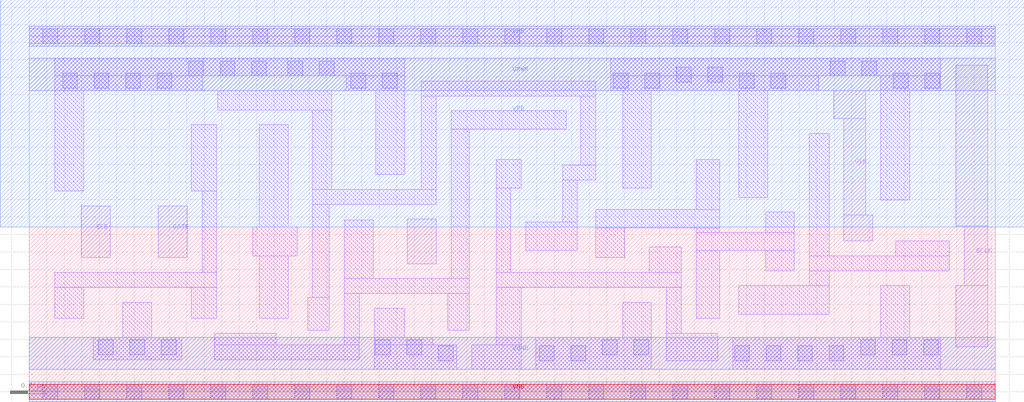
<source format=lef>
# Copyright 2020 The SkyWater PDK Authors
#
# Licensed under the Apache License, Version 2.0 (the "License");
# you may not use this file except in compliance with the License.
# You may obtain a copy of the License at
#
#     https://www.apache.org/licenses/LICENSE-2.0
#
# Unless required by applicable law or agreed to in writing, software
# distributed under the License is distributed on an "AS IS" BASIS,
# WITHOUT WARRANTIES OR CONDITIONS OF ANY KIND, either express or implied.
# See the License for the specific language governing permissions and
# limitations under the License.
#
# SPDX-License-Identifier: Apache-2.0

VERSION 5.7 ;
  NOWIREEXTENSIONATPIN ON ;
  DIVIDERCHAR "/" ;
  BUSBITCHARS "[]" ;
MACRO sky130_fd_sc_hvl__sdlclkp_1
  CLASS CORE ;
  FOREIGN sky130_fd_sc_hvl__sdlclkp_1 ;
  ORIGIN  0.000000  0.000000 ;
  SIZE  11.04000 BY  4.070000 ;
  SYMMETRY X Y ;
  SITE unithv ;
  PIN GATE
    ANTENNAGATEAREA  0.585000 ;
    DIRECTION INPUT ;
    USE SIGNAL ;
    PORT
      LAYER li1 ;
        RECT 1.475000 1.535000 1.805000 2.125000 ;
    END
  END GATE
  PIN GCLK
    ANTENNADIFFAREA  0.596250 ;
    DIRECTION OUTPUT ;
    USE SIGNAL ;
    PORT
      LAYER li1 ;
        RECT 10.590000 0.515000 10.955000 1.215000 ;
        RECT 10.590000 1.895000 10.955000 3.735000 ;
        RECT 10.685000 1.215000 10.955000 1.895000 ;
    END
  END GCLK
  PIN SCE
    ANTENNAGATEAREA  0.585000 ;
    DIRECTION INPUT ;
    USE SIGNAL ;
    PORT
      LAYER li1 ;
        RECT 0.595000 1.535000 0.925000 2.125000 ;
    END
  END SCE
  PIN CLK
    ANTENNAGATEAREA  1.170000 ;
    DIRECTION INPUT ;
    USE CLOCK ;
    PORT
      LAYER li1 ;
        RECT 4.320000 1.465000 4.650000 1.975000 ;
        RECT 9.195000 3.125000 9.560000 3.445000 ;
        RECT 9.310000 1.725000 9.640000 2.025000 ;
        RECT 9.310000 2.025000 9.560000 3.125000 ;
    END
  END CLK
  PIN VGND
    DIRECTION INOUT ;
    USE GROUND ;
    PORT
      LAYER met1 ;
        RECT 0.000000 0.255000 11.040000 0.625000 ;
    END
  END VGND
  PIN VNB
    DIRECTION INOUT ;
    USE GROUND ;
    PORT
      LAYER met1 ;
        RECT 0.000000 -0.115000 11.040000 0.115000 ;
      LAYER pwell ;
        RECT 0.000000 -0.085000 11.040000 0.085000 ;
    END
  END VNB
  PIN VPB
    DIRECTION INOUT ;
    USE POWER ;
    PORT
      LAYER met1 ;
        RECT 0.000000 3.955000 11.040000 4.185000 ;
      LAYER nwell ;
        RECT -0.330000 1.885000 11.370000 4.485000 ;
    END
  END VPB
  PIN VPWR
    DIRECTION INOUT ;
    USE POWER ;
    PORT
      LAYER met1 ;
        RECT 0.000000 3.445000 11.040000 3.815000 ;
    END
  END VPWR
  OBS
    LAYER li1 ;
      RECT 0.000000 -0.085000 11.040000 0.085000 ;
      RECT 0.000000  3.985000 11.040000 4.155000 ;
      RECT 0.290000  0.840000  0.620000 1.195000 ;
      RECT 0.290000  1.195000  2.145000 1.365000 ;
      RECT 0.290000  2.295000  0.620000 3.445000 ;
      RECT 0.290000  3.445000  1.985000 3.615000 ;
      RECT 0.290000  3.615000  4.290000 3.815000 ;
      RECT 0.730000  0.365000  1.740000 0.625000 ;
      RECT 1.070000  0.625000  1.400000 1.025000 ;
      RECT 1.850000  0.840000  2.145000 1.195000 ;
      RECT 1.850000  2.295000  2.145000 3.055000 ;
      RECT 1.975000  1.365000  2.145000 2.295000 ;
      RECT 2.115000  0.365000  3.770000 0.535000 ;
      RECT 2.115000  0.535000  2.825000 0.670000 ;
      RECT 2.155000  3.225000  3.455000 3.445000 ;
      RECT 2.555000  1.555000  3.065000 1.885000 ;
      RECT 2.630000  0.840000  2.960000 1.555000 ;
      RECT 2.630000  1.885000  2.960000 3.055000 ;
      RECT 3.180000  0.705000  3.430000 1.080000 ;
      RECT 3.235000  1.080000  3.430000 2.145000 ;
      RECT 3.235000  2.145000  4.650000 2.315000 ;
      RECT 3.235000  2.315000  3.455000 3.225000 ;
      RECT 3.600000  0.535000  3.770000 1.125000 ;
      RECT 3.600000  1.125000  5.030000 1.295000 ;
      RECT 3.600000  1.295000  3.930000 1.965000 ;
      RECT 3.625000  3.445000  4.290000 3.615000 ;
      RECT 3.940000  0.255000  4.885000 0.535000 ;
      RECT 3.940000  0.535000  4.610000 0.625000 ;
      RECT 3.940000  0.625000  4.290000 0.955000 ;
      RECT 3.960000  2.485000  4.290000 3.445000 ;
      RECT 4.480000  2.315000  4.650000 3.385000 ;
      RECT 4.480000  3.385000  6.475000 3.555000 ;
      RECT 4.780000  0.705000  5.030000 1.125000 ;
      RECT 4.820000  1.295000  5.030000 3.005000 ;
      RECT 4.820000  3.005000  6.135000 3.215000 ;
      RECT 5.055000  0.255000  5.620000 0.535000 ;
      RECT 5.335000  0.535000  5.620000 1.195000 ;
      RECT 5.335000  1.195000  7.450000 1.365000 ;
      RECT 5.335000  1.365000  5.505000 2.330000 ;
      RECT 5.335000  2.330000  5.620000 2.660000 ;
      RECT 5.675000  1.615000  6.265000 1.945000 ;
      RECT 5.790000  0.255000  7.110000 0.625000 ;
      RECT 6.095000  1.945000  6.265000 2.425000 ;
      RECT 6.095000  2.425000  6.475000 2.595000 ;
      RECT 6.305000  2.595000  6.475000 3.385000 ;
      RECT 6.475000  1.535000  6.805000 1.875000 ;
      RECT 6.475000  1.875000  7.890000 2.085000 ;
      RECT 6.645000  3.445000  9.025000 3.615000 ;
      RECT 6.645000  3.615000 10.420000 3.815000 ;
      RECT 6.780000  0.625000  7.110000 1.025000 ;
      RECT 6.780000  2.330000  7.110000 3.445000 ;
      RECT 7.085000  1.365000  7.450000 1.655000 ;
      RECT 7.280000  0.355000  7.870000 0.670000 ;
      RECT 7.280000  0.670000  7.450000 1.195000 ;
      RECT 7.620000  0.840000  7.890000 1.615000 ;
      RECT 7.620000  1.615000  8.745000 1.825000 ;
      RECT 7.620000  1.825000  7.890000 1.875000 ;
      RECT 7.620000  2.085000  7.890000 2.660000 ;
      RECT 8.040000  0.255000 10.420000 0.625000 ;
      RECT 8.110000  0.885000  9.140000 1.215000 ;
      RECT 8.110000  2.225000  8.440000 3.445000 ;
      RECT 8.415000  1.385000  8.745000 1.615000 ;
      RECT 8.415000  1.825000  8.745000 2.055000 ;
      RECT 8.915000  1.215000  9.140000 1.385000 ;
      RECT 8.915000  1.385000 10.515000 1.555000 ;
      RECT 8.915000  1.555000  9.140000 2.955000 ;
      RECT 9.730000  0.625000 10.060000 1.215000 ;
      RECT 9.730000  2.195000 10.060000 3.445000 ;
      RECT 9.730000  3.445000 10.420000 3.615000 ;
      RECT 9.905000  1.555000 10.515000 1.725000 ;
    LAYER mcon ;
      RECT  0.155000 -0.085000  0.325000 0.085000 ;
      RECT  0.155000  3.985000  0.325000 4.155000 ;
      RECT  0.380000  3.475000  0.550000 3.645000 ;
      RECT  0.635000 -0.085000  0.805000 0.085000 ;
      RECT  0.635000  3.985000  0.805000 4.155000 ;
      RECT  0.740000  3.475000  0.910000 3.645000 ;
      RECT  0.790000  0.425000  0.960000 0.595000 ;
      RECT  1.100000  3.475000  1.270000 3.645000 ;
      RECT  1.115000 -0.085000  1.285000 0.085000 ;
      RECT  1.115000  3.985000  1.285000 4.155000 ;
      RECT  1.150000  0.425000  1.320000 0.595000 ;
      RECT  1.460000  3.475000  1.630000 3.645000 ;
      RECT  1.510000  0.425000  1.680000 0.595000 ;
      RECT  1.595000 -0.085000  1.765000 0.085000 ;
      RECT  1.595000  3.985000  1.765000 4.155000 ;
      RECT  1.820000  3.615000  1.990000 3.785000 ;
      RECT  2.075000 -0.085000  2.245000 0.085000 ;
      RECT  2.075000  3.985000  2.245000 4.155000 ;
      RECT  2.180000  3.615000  2.350000 3.785000 ;
      RECT  2.540000  3.615000  2.710000 3.785000 ;
      RECT  2.555000 -0.085000  2.725000 0.085000 ;
      RECT  2.555000  3.985000  2.725000 4.155000 ;
      RECT  2.955000  3.615000  3.125000 3.785000 ;
      RECT  3.035000 -0.085000  3.205000 0.085000 ;
      RECT  3.035000  3.985000  3.205000 4.155000 ;
      RECT  3.315000  3.615000  3.485000 3.785000 ;
      RECT  3.515000 -0.085000  3.685000 0.085000 ;
      RECT  3.515000  3.985000  3.685000 4.155000 ;
      RECT  3.675000  3.475000  3.845000 3.645000 ;
      RECT  3.955000  0.425000  4.125000 0.595000 ;
      RECT  3.995000 -0.085000  4.165000 0.085000 ;
      RECT  3.995000  3.985000  4.165000 4.155000 ;
      RECT  4.035000  3.475000  4.205000 3.645000 ;
      RECT  4.315000  0.425000  4.485000 0.595000 ;
      RECT  4.475000 -0.085000  4.645000 0.085000 ;
      RECT  4.475000  3.985000  4.645000 4.155000 ;
      RECT  4.675000  0.355000  4.845000 0.525000 ;
      RECT  4.955000 -0.085000  5.125000 0.085000 ;
      RECT  4.955000  3.985000  5.125000 4.155000 ;
      RECT  5.435000 -0.085000  5.605000 0.085000 ;
      RECT  5.435000  3.985000  5.605000 4.155000 ;
      RECT  5.830000  0.355000  6.000000 0.525000 ;
      RECT  5.915000 -0.085000  6.085000 0.085000 ;
      RECT  5.915000  3.985000  6.085000 4.155000 ;
      RECT  6.190000  0.355000  6.360000 0.525000 ;
      RECT  6.395000 -0.085000  6.565000 0.085000 ;
      RECT  6.395000  3.985000  6.565000 4.155000 ;
      RECT  6.550000  0.425000  6.720000 0.595000 ;
      RECT  6.675000  3.475000  6.845000 3.645000 ;
      RECT  6.875000 -0.085000  7.045000 0.085000 ;
      RECT  6.875000  3.985000  7.045000 4.155000 ;
      RECT  6.910000  0.425000  7.080000 0.595000 ;
      RECT  7.035000  3.475000  7.205000 3.645000 ;
      RECT  7.355000 -0.085000  7.525000 0.085000 ;
      RECT  7.355000  3.985000  7.525000 4.155000 ;
      RECT  7.395000  3.545000  7.565000 3.715000 ;
      RECT  7.755000  3.545000  7.925000 3.715000 ;
      RECT  7.835000 -0.085000  8.005000 0.085000 ;
      RECT  7.835000  3.985000  8.005000 4.155000 ;
      RECT  8.060000  0.355000  8.230000 0.525000 ;
      RECT  8.115000  3.475000  8.285000 3.645000 ;
      RECT  8.315000 -0.085000  8.485000 0.085000 ;
      RECT  8.315000  3.985000  8.485000 4.155000 ;
      RECT  8.420000  0.355000  8.590000 0.525000 ;
      RECT  8.475000  3.475000  8.645000 3.645000 ;
      RECT  8.780000  0.355000  8.950000 0.525000 ;
      RECT  8.795000 -0.085000  8.965000 0.085000 ;
      RECT  8.795000  3.985000  8.965000 4.155000 ;
      RECT  9.140000  0.355000  9.310000 0.525000 ;
      RECT  9.155000  3.615000  9.325000 3.785000 ;
      RECT  9.275000 -0.085000  9.445000 0.085000 ;
      RECT  9.275000  3.985000  9.445000 4.155000 ;
      RECT  9.500000  0.425000  9.670000 0.595000 ;
      RECT  9.515000  3.615000  9.685000 3.785000 ;
      RECT  9.755000 -0.085000  9.925000 0.085000 ;
      RECT  9.755000  3.985000  9.925000 4.155000 ;
      RECT  9.860000  0.425000 10.030000 0.595000 ;
      RECT  9.875000  3.475000 10.045000 3.645000 ;
      RECT 10.220000  0.425000 10.390000 0.595000 ;
      RECT 10.235000 -0.085000 10.405000 0.085000 ;
      RECT 10.235000  3.475000 10.405000 3.645000 ;
      RECT 10.235000  3.985000 10.405000 4.155000 ;
      RECT 10.715000 -0.085000 10.885000 0.085000 ;
      RECT 10.715000  3.985000 10.885000 4.155000 ;
  END
END sky130_fd_sc_hvl__sdlclkp_1
END LIBRARY

</source>
